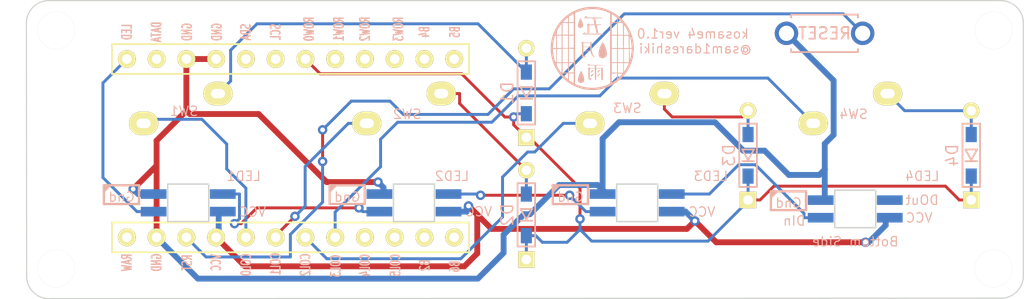
<source format=kicad_pcb>
(kicad_pcb (version 20221018) (generator pcbnew)
  (layers (0 "F.Cu" signal) (31 "B.Cu" signal) (34 "B.Paste" user) (35 "F.Paste" user) (36 "B.SilkS" user "B.Silkscreen") (37 "F.SilkS" user "F.Silkscreen") (38 "B.Mask" user) (39 "F.Mask" user) (44 "Edge.Cuts" user))
  (net 0 "")
  (net 1 "Net-(D1-A)")
  (net 2 "Row0")
  (net 3 "Net-(D2-A)")
  (net 4 "Net-(D3-A)")
  (net 5 "Net-(D4-A)")
  (net 6 "VCC")
  (net 7 "Net-(LED1-DOUT)")
  (net 8 "GND")
  (net 9 "LED")
  (net 10 "Net-(LED2-DOUT)")
  (net 11 "Net-(LED3-DOUT)")
  (net 13 "Col0")
  (net 14 "Col1")
  (net 15 "Col2")
  (net 16 "Col3")
  (net 17 "Reset")
  (footprint "kbd_Parts:LED_SK6812MINI-E_BL" (layer "F.Cu") (at 59.75 37.58)
    (fp_text reference "LED2" (at 3.242 -2.274) (layer "B.SilkS") (effects (font (size 0.8 0.8) (thickness 0.1)) (justify mirror)))
    (fp_text value "LED_SK6812MINI-E")
    (fp_text user "Gnd" (at -5.69 -0.496) (layer "B.SilkS") (effects (font (size 0.8 0.8) (thickness 0.1)) (justify mirror)))
    (fp_text user "VCC" (at 5.528 0.75) (layer "B.SilkS") (effects (font (size 0.8 0.8) (thickness 0.1)) (justify mirror)))
    (fp_line (start -1.75 -1.6) (end 1.75 -1.6) (stroke (width 0.12)) (layer "Edge.Cuts"))
    (fp_line (start -1.75 1.6) (end -1.75 -1.6) (stroke (width 0.12)) (layer "Edge.Cuts"))
    (fp_line (start 1.75 -1.6) (end 1.75 1.6) (stroke (width 0.12)) (layer "Edge.Cuts"))
    (fp_line (start 1.75 1.6) (end -1.75 1.6) (stroke (width 0.12)) (layer "Edge.Cuts"))
    (pad "1" smd rect (at 2.6 -0.75) (size 2.2 0.82) (drill (offset 0.35 0)) (layers "B.Cu" "B.Paste" "B.Mask") (net 10 "Net-(LED2-DOUT)"))
    (pad "2" smd rect (at -2.6 -0.75) (size 2.2 0.82) (drill (offset -0.35 0)) (layers "B.Cu" "B.Paste" "B.Mask") (net 8 "GND"))
    (pad "3" smd rect (at -2.6 0.75) (size 2.2 0.82) (drill (offset -0.35 0)) (layers "B.Cu" "B.Paste" "B.Mask") (net 7 "Net-(LED1-DOUT)"))
    (pad "4" smd rect (at 2.6 0.75) (size 2.2 0.82) (drill (offset 0.35 0)) (layers "B.Cu" "B.Paste" "B.Mask") (net 6 "VCC"))
  )
  (footprint "kbd:CherryMX_1u" (layer "F.Cu") (at 40.4813 33.3375)
    (fp_text reference "SW1" hide)
    (fp_text value "SW_Push" hide)
    (pad "" np_thru_hole circle (at -5.08 0 90) (size 1.9 1.9) (drill 1.9) (layers "*.Cu" "*.Mask"))
    (pad "" np_thru_hole circle (at 0 0 90) (size 4 4) (drill 4) (layers "*.Cu" "*.Mask"))
    (pad "" np_thru_hole circle (at 5.08 0 90) (size 1.9 1.9) (drill 1.9) (layers "*.Cu" "*.Mask"))
    (pad "1" thru_hole oval (at -3.81 -2.54) (size 2.5 2) (drill oval 1.2 0.8) (layers "*.Cu" "F.SilkS" "B.Mask") (net 13 "Col0"))
    (pad "2" thru_hole oval (at 2.54 -5.08) (size 2.5 2) (drill oval 1.2 0.8) (layers "*.Cu" "F.SilkS" "B.Mask") (net 1 "Net-(D1-A)"))
  )
  (footprint "kbd_Parts:Diode_TH_SMD" (layer "F.Cu") (at 69.342 28.197 90)
    (fp_text reference "D1" (at 0 -1.63 90) (layer "B.SilkS") (effects (font (thickness 0.125)) (justify mirror)))
    (fp_text value "D" hide)
    (pad "1" thru_hole rect (at -3.81 0 90) (size 1.397 1.397) (drill 0.8128) (layers "*.Cu" "*.Mask" "F.SilkS") (net 2 "Row0"))
    (pad "1" smd rect (at -1.775 0 90) (size 1.3 0.95) (layers "B.Cu" "B.Paste" "B.Mask") (net 2 "Row0"))
    (pad "2" smd rect (at 1.775 0 90) (size 1.3 0.95) (layers "B.Cu" "B.Paste" "B.Mask") (net 1 "Net-(D1-A)"))
    (pad "2" thru_hole circle (at 3.81 0 90) (size 1.397 1.397) (drill 0.8128) (layers "*.Cu" "*.Mask" "F.SilkS") (net 1 "Net-(D1-A)"))
  )
  (footprint "kbd:ProMicro_v2_1side" (layer "F.Cu") (at 49.7205 32.9636 90)
    (fp_text reference "U1" hide)
    (fp_text value "ProMicro" hide)
    (fp_text user "ROW2" (at 10.2164 5.85 90) (layer "B.SilkS") (effects (font (size 0.8 0.5) (thickness 0.125)) (justify mirror)))
    (fp_text user "LED" (at 9.96485 -14.478 90) (layer "B.SilkS") (effects (font (size 0.8 0.5) (thickness 0.125)) (justify mirror)))
    (fp_text user "B6" (at -10.05 13.5 90) (layer "B.SilkS") (effects (font (size 0.8 0.5) (thickness 0.125)) (justify mirror)))
    (fp_text user "GND" (at 9.96485 -6.7945 90) (layer "B.SilkS") (effects (font (size 0.8 0.5) (thickness 0.125)) (justify mirror)))
    (fp_text user "ROW0" (at 10.2164 1.0795 90) (layer "B.SilkS") (effects (font (size 0.8 0.5) (thickness 0.125)) (justify mirror)))
    (fp_text user "DATA" (at 9.96485 -11.95 90) (layer "B.SilkS") (effects (font (size 0.8 0.5) (thickness 0.125)) (justify mirror)))
    (fp_text user "GND" (at 9.96485 -9.3345 90) (layer "B.SilkS") (effects (font (size 0.8 0.5) (thickness 0.125)) (justify mirror)))
    (fp_text user "COL1" (at -9.85 -1.778 90) (layer "B.SilkS") (effects (font (size 0.8 0.5) (thickness 0.125)) (justify mirror)))
    (fp_text user "SCL" (at 9.96485 -1.778 90) (layer "B.SilkS") (effects (font (size 0.8 0.5) (thickness 0.125)) (justify mirror)))
    (fp_text user "COL5" (at -9.95 8.4455 90) (layer "B.SilkS") (effects (font (size 0.8 0.5) (thickness 0.125)) (justify mirror)))
    (fp_text user "B5" (at 9.96485 13.5255 90) (layer "B.SilkS") (effects (font (size 0.8 0.5) (thickness 0.125)) (justify mirror)))
    (fp_text user "ROW1" (at 10.2164 3.6195 90) (layer "B.SilkS") (effects (font (size 0.8 0.5) (thickness 0.125)) (justify mirror)))
    (fp_text user "SDA" (at 9.96485 -4.318 90) (layer "B.SilkS") (effects (font (size 0.8 0.5) (thickness 0.125)) (justify mirror)))
    (fp_text user "ROW3" (at 10.2164 8.6995 90) (layer "B.SilkS") (effects (font (size 0.8 0.5) (thickness 0.125)) (justify mirror)))
    (fp_text user "COL3" (at -10 3.35 90) (layer "B.SilkS") (effects (font (size 0.8 0.5) (thickness 0.125)) (justify mirror)))
    (fp_text user "COL0" (at -9.9 -4.3 90) (layer "B.SilkS") (effects (font (size 0.8 0.5) (thickness 0.125)) (justify mirror)))
    (fp_text user "COL2" (at -9.9 0.762 90) (layer "B.SilkS") (effects (font (size 0.8 0.5) (thickness 0.125)) (justify mirror)))
    (fp_text user "GND" (at -9.7155 -11.938 90) (layer "B.SilkS") (effects (font (size 0.8 0.5) (thickness 0.125)) (justify mirror)))
    (fp_text user "COL4" (at -9.95 5.85 90) (layer "B.SilkS") (effects (font (size 0.8 0.5) (thickness 0.125)) (justify mirror)))
    (fp_text user "B4" (at 9.96485 10.922 90) (layer "B.SilkS") (effects (font (size 0.8 0.5) (thickness 0.125)) (justify mirror)))
    (fp_text user "RST" (at -9.7155 -9.3345 90) (layer "B.SilkS") (effects (font (size 0.8 0.5) (thickness 0.125)) (justify mirror)))
    (fp_text user "" (at -1.2065 -16.256 90) (layer "B.SilkS") (effects (justify mirror)))
    (fp_text user "B2" (at -9.95 10.95 90) (layer "B.SilkS") (effects (font (size 0.8 0.5) (thickness 0.125)) (justify mirror)))
    (fp_text user "RAW" (at -9.7155 -14.478 90) (layer "B.SilkS") (effects (font (size 0.8 0.5) (thickness 0.125)) (justify mirror)))
    (fp_text user "VCC" (at -9.7155 -6.858 90) (layer "B.SilkS") (effects (font (size 0.8 0.5) (thickness 0.125)) (justify mirror)))
    (fp_text user "" (at -0.5 -17.25 90) (layer "F.SilkS"))
    (pad "1" thru_hole circle (at 7.6564 -14.478 90) (size 1.524 1.524) (drill 0.8128) (layers "*.Cu" "F.SilkS" "B.Mask") (net 9 "LED"))
    (pad "2" thru_hole circle (at 7.6564 -11.938 90) (size 1.524 1.524) (drill 0.8128) (layers "*.Cu" "F.SilkS" "B.Mask"))
    (pad "3" thru_hole circle (at 7.6564 -9.398 90) (size 1.524 1.524) (drill 0.8128) (layers "*.Cu" "F.SilkS" "B.Mask") (net 8 "GND"))
    (pad "4" thru_hole circle (at 7.6564 -6.858 90) (size 1.524 1.524) (drill 0.8128) (layers "*.Cu" "F.SilkS" "B.Mask") (net 8 "GND"))
    (pad "5" thru_hole circle (at 7.6564 -4.318 90) (size 1.524 1.524) (drill 0.8128) (layers "*.Cu" "F.SilkS" "B.Mask"))
    (pad "6" thru_hole circle (at 7.6564 -1.778 90) (size 1.524 1.524) (drill 0.8128) (layers "*.Cu" "F.SilkS" "B.Mask"))
    (pad "7" thru_hole circle (at 7.6564 0.762 90) (size 1.524 1.524) (drill 0.8128) (layers "*.Cu" "F.SilkS" "B.Mask") (net 2 "Row0"))
    (pad "8" thru_hole circle (at 7.6564 3.302 90) (size 1.524 1.524) (drill 0.8128) (layers "*.Cu" "F.SilkS" "B.Mask"))
    (pad "9" thru_hole circle (at 7.6564 5.842 90) (size 1.524 1.524) (drill 0.8128) (layers "*.Cu" "F.SilkS" "B.Mask"))
    (pad "10" thru_hole circle (at 7.6564 8.382 90) (size 1.524 1.524) (drill 0.8128) (layers "*.Cu" "F.SilkS" "B.Mask"))
    (pad "11" thru_hole circle (at 7.6564 10.922 90) (size 1.524 1.524) (drill 0.8128) (layers "*.Cu" "F.SilkS" "B.Mask"))
    (pad "12" thru_hole circle (at 7.6564 13.462 90) (size 1.524 1.524) (drill 0.8128) (layers "*.Cu" "F.SilkS" "B.Mask"))
    (pad "13" thru_hole circle (at -7.5636 13.462 90) (size 1.524 1.524) (drill 0.8128) (layers "*.Cu" "F.SilkS" "B.Mask"))
    (pad "14" thru_hole circle (at -7.5636 10.922 90) (size 1.524 1.524) (drill 0.8128) (layers "*.Cu" "F.SilkS" "B.Mask"))
    (pad "15" thru_hole circle (at -7.5636 8.382 90) (size 1.524 1.524) (drill 0.8128) (layers "*.Cu" "F.SilkS" "B.Mask"))
    (pad "16" thru_hole circle (at -7.5636 5.842 90) (size 1.524 1.524) (drill 0.8128) (layers "*.Cu" "F.SilkS" "B.Mask"))
    (pad "17" thru_hole circle (at -7.5636 3.302 90) (size 1.524 1.524) (drill 0.8128) (layers "*.Cu" "F.SilkS" "B.Mask") (net 16 "Col3"))
    (pad "18" thru_hole circle (at -7.5636 0.762 90) (size 1.524 1.524) (drill 0.8128) (layers "*.Cu" "F.SilkS" "B.Mask") (net 15 "Col2"))
    (pad "19" thru_hole circle (at -7.5636 -1.778 90) (size 1.524 1.524) (drill 0.8128) (layers "*.Cu" "F.SilkS" "B.Mask") (net 14 "Col1"))
    (pad "20" thru_hole circle (at -7.5636 -4.318 90) (size 1.524 1.524) (drill 0.8128) (layers "*.Cu" "F.SilkS" "B.Mask") (net 13 "Col0"))
    (pad "21" thru_hole circle (at -7.5636 -6.858 90) (size 1.524 1.524) (drill 0.8128) (layers "*.Cu" "F.SilkS" "B.Mask") (net 6 "VCC"))
    (pad "22" thru_hole circle (at -7.5636 -9.398 90) (size 1.524 1.524) (drill 0.8128) (layers "*.Cu" "F.SilkS" "B.Mask") (net 17 "Reset"))
    (pad "23" thru_hole circle (at -7.5636 -11.938 90) (size 1.524 1.524) (drill 0.8128) (layers "*.Cu" "F.SilkS" "B.Mask") (net 8 "GND"))
    (pad "24" thru_hole circle (at -7.5636 -14.478 90) (size 1.524 1.524) (drill 0.8128) (layers "*.Cu" "F.SilkS" "B.Mask"))
  )
  (footprint "kbd_Parts:LED_SK6812MINI-E_BL" (layer "F.Cu") (at 97.4125 38.1)
    (fp_text reference "LED4" (at 5.7115 -2.794) (layer "B.SilkS") (effects (font (size 0.8 0.8) (thickness 0.1)) (justify mirror)))
    (fp_text value "LED_SK6812MINI-E")
    (fp_text user "DIn" (at -5.2105 1.016) (layer "B.SilkS") (effects (font (size 0.8 0.8) (thickness 0.1)) (justify mirror)))
    (fp_text user "VCC" (at 5.4575 0.762) (layer "B.SilkS") (effects (font (size 0.8 0.8) (thickness 0.1)) (justify mirror)))
    (fp_text user "Gnd" (at -5.69 -0.508) (layer "B.SilkS") (effects (font (size 0.8 0.8) (thickness 0.1)) (justify mirror)))
    (fp_text user "Bottom Side" (at 0 2.794) (layer "B.SilkS") (effects (font (size 0.8 0.8) (thickness 0.1)) (justify mirror)))
    (fp_text user "DOut" (at 5.7115 -0.75) (layer "B.SilkS") (effects (font (size 0.8 0.8) (thickness 0.1)) (justify mirror)))
    (fp_line (start -1.75 -1.6) (end 1.75 -1.6) (stroke (width 0.12)) (layer "Edge.Cuts"))
    (fp_line (start -1.75 1.6) (end -1.75 -1.6) (stroke (width 0.12)) (layer "Edge.Cuts"))
    (fp_line (start 1.75 -1.6) (end 1.75 1.6) (stroke (width 0.12)) (layer "Edge.Cuts"))
    (fp_line (start 1.75 1.6) (end -1.75 1.6) (stroke (width 0.12)) (layer "Edge.Cuts"))
    (pad "1" smd rect (at 2.6 -0.75) (size 2.2 0.82) (drill (offset 0.35 0)) (layers "B.Cu" "B.Paste" "B.Mask"))
    (pad "2" smd rect (at -2.6 -0.75) (size 2.2 0.82) (drill (offset -0.35 0)) (layers "B.Cu" "B.Paste" "B.Mask") (net 8 "GND"))
    (pad "3" smd rect (at -2.6 0.75) (size 2.2 0.82) (drill (offset -0.35 0)) (layers "B.Cu" "B.Paste" "B.Mask") (net 11 "Net-(LED3-DOUT)"))
    (pad "4" smd rect (at 2.6 0.75) (size 2.2 0.82) (drill (offset 0.35 0)) (layers "B.Cu" "B.Paste" "B.Mask") (net 6 "VCC"))
  )
  (footprint "kbd_Parts:LED_SK6812MINI-E_BL" (layer "F.Cu") (at 40.4813 37.58)
    (fp_text reference "LED1" (at 4.7307 -2.274) (layer "B.SilkS") (effects (font (size 0.8 0.8) (thickness 0.1)) (justify mirror)))
    (fp_text value "LED_SK6812MINI-E")
    (fp_text user "Gnd" (at -5.6833 -0.496) (layer "B.SilkS") (effects (font (size 0.8 0.8) (thickness 0.1)) (justify mirror)))
    (fp_text user "VCC" (at 5.4927 0.774) (layer "B.SilkS") (effects (font (size 0.8 0.8) (thickness 0.1)) (justify mirror)))
    (fp_line (start -1.75 -1.6) (end 1.75 -1.6) (stroke (width 0.12)) (layer "Edge.Cuts"))
    (fp_line (start -1.75 1.6) (end -1.75 -1.6) (stroke (width 0.12)) (layer "Edge.Cuts"))
    (fp_line (start 1.75 -1.6) (end 1.75 1.6) (stroke (width 0.12)) (layer "Edge.Cuts"))
    (fp_line (start 1.75 1.6) (end -1.75 1.6) (stroke (width 0.12)) (layer "Edge.Cuts"))
    (pad "1" smd rect (at 2.6 -0.75) (size 2.2 0.82) (drill (offset 0.35 0)) (layers "B.Cu" "B.Paste" "B.Mask") (net 7 "Net-(LED1-DOUT)"))
    (pad "2" smd rect (at -2.6 -0.75) (size 2.2 0.82) (drill (offset -0.35 0)) (layers "B.Cu" "B.Paste" "B.Mask") (net 8 "GND"))
    (pad "3" smd rect (at -2.6 0.75) (size 2.2 0.82) (drill (offset -0.35 0)) (layers "B.Cu" "B.Paste" "B.Mask") (net 9 "LED"))
    (pad "4" smd rect (at 2.6 0.75) (size 2.2 0.82) (drill (offset 0.35 0)) (layers "B.Cu" "B.Paste" "B.Mask") (net 6 "VCC"))
  )
  (footprint "kbd_Hole:m3_Screw_Hole_EdgeCuts" (layer "F.Cu") (at 109.22 43.18)
    (fp_text reference "Ref03" hide)
    (fp_text value "Val**" hide)
    (fp_circle (center 0 0) (end 1.6 0) (stroke (width 0.01)) (fill none) (layer "Edge.Cuts"))
  )
  (footprint "kbd_Hole:m3_Screw_Hole_EdgeCuts" (layer "F.Cu") (at 29.21 43.18)
    (fp_text reference "Ref02" hide)
    (fp_text value "Val**" hide)
    (fp_circle (center 0 0) (end 1.6 0) (stroke (width 0.01)) (fill none) (layer "Edge.Cuts"))
  )
  (footprint "kbd_Parts:LED_SK6812MINI-E_BL" (layer "F.Cu") (at 78.8 37.58)
    (fp_text reference "LED3" (at 6.29 -2.274) (layer "B.SilkS") (effects (font (size 0.8 0.8) (thickness 0.1)) (justify mirror)))
    (fp_text value "LED_SK6812MINI-E")
    (fp_text user "VCC" (at 5.528 0.774) (layer "B.SilkS") (effects (font (size 0.8 0.8) (thickness 0.1)) (justify mirror)))
    (fp_text user "Gnd" (at -5.69 -0.496) (layer "B.SilkS") (effects (font (size 0.8 0.8) (thickness 0.1)) (justify mirror)))
    (fp_line (start -1.75 -1.6) (end 1.75 -1.6) (stroke (width 0.12)) (layer "Edge.Cuts"))
    (fp_line (start -1.75 1.6) (end -1.75 -1.6) (stroke (width 0.12)) (layer "Edge.Cuts"))
    (fp_line (start 1.75 -1.6) (end 1.75 1.6) (stroke (width 0.12)) (layer "Edge.Cuts"))
    (fp_line (start 1.75 1.6) (end -1.75 1.6) (stroke (width 0.12)) (layer "Edge.Cuts"))
    (pad "1" smd rect (at 2.6 -0.75) (size 2.2 0.82) (drill (offset 0.35 0)) (layers "B.Cu" "B.Paste" "B.Mask") (net 11 "Net-(LED3-DOUT)"))
    (pad "2" smd rect (at -2.6 -0.75) (size 2.2 0.82) (drill (offset -0.35 0)) (layers "B.Cu" "B.Paste" "B.Mask") (net 8 "GND"))
    (pad "3" smd rect (at -2.6 0.75) (size 2.2 0.82) (drill (offset -0.35 0)) (layers "B.Cu" "B.Paste" "B.Mask") (net 10 "Net-(LED2-DOUT)"))
    (pad "4" smd rect (at 2.6 0.75) (size 2.2 0.82) (drill (offset 0.35 0)) (layers "B.Cu" "B.Paste" "B.Mask") (net 6 "VCC"))
  )
  (footprint "kbd:CherryMX_1u" (layer "F.Cu") (at 59.5313 33.3375)
    (fp_text reference "SW2" hide)
    (fp_text value "SW_Push" hide)
    (pad "" np_thru_hole circle (at -5.08 0 90) (size 1.9 1.9) (drill 1.9) (layers "*.Cu" "*.Mask"))
    (pad "" np_thru_hole circle (at 0 0 90) (size 4 4) (drill 4) (layers "*.Cu" "*.Mask"))
    (pad "" np_thru_hole circle (at 5.08 0 90) (size 1.9 1.9) (drill 1.9) (layers "*.Cu" "*.Mask"))
    (pad "1" thru_hole oval (at -3.81 -2.54) (size 2.5 2) (drill oval 1.2 0.8) (layers "*.Cu" "F.SilkS" "B.Mask") (net 14 "Col1"))
    (pad "2" thru_hole oval (at 2.54 -5.08) (size 2.5 2) (drill oval 1.2 0.8) (layers "*.Cu" "F.SilkS" "B.Mask") (net 3 "Net-(D2-A)"))
  )
  (footprint "kbd:CherryMX_1u" (layer "F.Cu") (at 78.5813 33.3375)
    (fp_text reference "SW3" hide)
    (fp_text value "SW_Push" hide)
    (pad "" np_thru_hole circle (at -5.08 0 90) (size 1.9 1.9) (drill 1.9) (layers "*.Cu" "*.Mask"))
    (pad "" np_thru_hole circle (at 0 0 90) (size 4 4) (drill 4) (layers "*.Cu" "*.Mask"))
    (pad "" np_thru_hole circle (at 5.08 0 90) (size 1.9 1.9) (drill 1.9) (layers "*.Cu" "*.Mask"))
    (pad "1" thru_hole oval (at -3.81 -2.54) (size 2.5 2) (drill oval 1.2 0.8) (layers "*.Cu" "F.SilkS" "B.Mask") (net 15 "Col2"))
    (pad "2" thru_hole oval (at 2.54 -5.08) (size 2.5 2) (drill oval 1.2 0.8) (layers "*.Cu" "F.SilkS" "B.Mask") (net 4 "Net-(D3-A)"))
  )
  (footprint "kbd_Parts:Diode_TH_SMD" (layer "F.Cu") (at 107.315 33.525 90)
    (fp_text reference "D4" (at 0 -1.63 90) (layer "B.SilkS") (effects (font (thickness 0.125)) (justify mirror)))
    (fp_text value "D" hide)
    (pad "1" thru_hole rect (at -3.81 0 90) (size 1.397 1.397) (drill 0.8128) (layers "*.Cu" "*.Mask" "F.SilkS") (net 2 "Row0"))
    (pad "1" smd rect (at -1.775 0 90) (size 1.3 0.95) (layers "B.Cu" "B.Paste" "B.Mask") (net 2 "Row0"))
    (pad "2" smd rect (at 1.775 0 90) (size 1.3 0.95) (layers "B.Cu" "B.Paste" "B.Mask") (net 5 "Net-(D4-A)"))
    (pad "2" thru_hole circle (at 3.81 0 90) (size 1.397 1.397) (drill 0.8128) (layers "*.Cu" "*.Mask" "F.SilkS") (net 5 "Net-(D4-A)"))
  )
  (footprint "kbd_Parts:Diode_TH_SMD" (layer "F.Cu") (at 69.342 38.608 90)
    (fp_text reference "D2" (at 0 -1.63 90) (layer "B.SilkS") (effects (font (thickness 0.125)) (justify mirror)))
    (fp_text value "D" hide)
    (pad "1" thru_hole rect (at -3.81 0 90) (size 1.397 1.397) (drill 0.8128) (layers "*.Cu" "*.Mask" "F.SilkS") (net 2 "Row0"))
    (pad "1" smd rect (at -1.775 0 90) (size 1.3 0.95) (layers "B.Cu" "B.Paste" "B.Mask") (net 2 "Row0"))
    (pad "2" smd rect (at 1.775 0 90) (size 1.3 0.95) (layers "B.Cu" "B.Paste" "B.Mask") (net 3 "Net-(D2-A)"))
    (pad "2" thru_hole circle (at 3.81 0 90) (size 1.397 1.397) (drill 0.8128) (layers "*.Cu" "*.Mask" "F.SilkS") (net 3 "Net-(D2-A)"))
  )
  (footprint "kbd_Hole:m3_Screw_Hole_EdgeCuts" (layer "F.Cu") (at 29.21 22.86)
    (fp_text reference "Ref00" hide)
    (fp_text value "Val**" hide)
    (fp_circle (center 0 0) (end 1.6 0) (stroke (width 0.01)) (fill none) (layer "Edge.Cuts"))
  )
  (footprint "kbd_Parts:Diode_TH_SMD" (layer "F.Cu") (at 88.265 33.525 90)
    (fp_text reference "D3" (at 0 -1.63 90) (layer "B.SilkS") (effects (font (thickness 0.125)) (justify mirror)))
    (fp_text value "D" hide)
    (pad "1" thru_hole rect (at -3.81 0 90) (size 1.397 1.397) (drill 0.8128) (layers "*.Cu" "*.Mask" "F.SilkS") (net 2 "Row0"))
    (pad "1" smd rect (at -1.775 0 90) (size 1.3 0.95) (layers "B.Cu" "B.Paste" "B.Mask") (net 2 "Row0"))
    (pad "2" smd rect (at 1.775 0 90) (size 1.3 0.95) (layers "B.Cu" "B.Paste" "B.Mask") (net 4 "Net-(D3-A)"))
    (pad "2" thru_hole circle (at 3.81 0 90) (size 1.397 1.397) (drill 0.8128) (layers "*.Cu" "*.Mask" "F.SilkS") (net 4 "Net-(D3-A)"))
  )
  (footprint "kbd_Hole:m3_Screw_Hole_EdgeCuts" (layer "F.Cu") (at 109.22 22.86)
    (fp_text reference "Ref01" hide)
    (fp_text value "Val**" hide)
    (fp_circle (center 0 0) (end 1.6 0) (stroke (width 0.01)) (fill none) (layer "Edge.Cuts"))
  )
  (footprint "kbd:CherryMX_1u" (layer "F.Cu") (at 97.6313 33.3375)
    (fp_text reference "SW4" hide)
    (fp_text value "SW_Push" hide)
    (pad "" np_thru_hole circle (at -5.08 0 90) (size 1.9 1.9) (drill 1.9) (layers "*.Cu" "*.Mask"))
    (pad "" np_thru_hole circle (at 0 0 90) (size 4 4) (drill 4) (layers "*.Cu" "*.Mask"))
    (pad "" np_thru_hole circle (at 5.08 0 90) (size 1.9 1.9) (drill 1.9) (layers "*.Cu" "*.Mask"))
    (pad "1" thru_hole oval (at -3.81 -2.54) (size 2.5 2) (drill oval 1.2 0.8) (layers "*.Cu" "F.SilkS" "B.Mask") (net 16 "Col3"))
    (pad "2" thru_hole oval (at 2.54 -5.08) (size 2.5 2) (drill oval 1.2 0.8) (layers "*.Cu" "F.SilkS" "B.Mask") (net 5 "Net-(D4-A)"))
  )
  (footprint "kbd:ResetSW_1side" (layer "B.Cu") (at 94.794 23.114)
    (fp_text reference "SW5" hide)
    (fp_text value "SW_Push")
    (fp_text user "RESET" (at 0 0) (layer "B.SilkS") (effects (justify mirror)))
    (pad "1" thru_hole circle (at 3.25 0) (size 2 2) (drill 1.3) (layers "*.Cu" "F.Mask") (net 17 "Reset"))
    (pad "2" thru_hole circle (at -3.25 0) (size 2 2) (drill 1.3) (layers "*.Cu" "F.Mask") (net 8 "GND"))
  )
  (footprint "SamacSys_Parts:sam1dare_logo" (layer "B.Cu") (at 74.93 24.384 180)
    (fp_text reference "G***" hide)
    (fp_text value "LOGO" hide)
  )
  (gr_line (start 109.75034 20.31965) (end 28.66034 20.31965) (stroke (width 0.1)) (layer "Edge.Cuts"))
  (gr_line (start 26.670495 22.330484) (end 26.688389 43.764878) (stroke (width 0.1)) (layer "Edge.Cuts"))
  (gr_arc (start 28.6879 45.754458) (mid 27.25 45.2) (end 26.688389 43.764878) (stroke (width 0.1)) (layer "Edge.Cuts"))
  (gr_arc (start 26.670495 22.330484) (mid 27.224246 20.8885) (end 28.66034 20.31965) (stroke (width 0.1)) (layer "Edge.Cuts"))
  (gr_line (start 111.76 43.72) (end 111.76 22.32) (stroke (width 0.1)) (layer "Edge.Cuts"))
  (gr_arc (start 111.76 43.72) (mid 111.205542 45.1579) (end 109.77042 45.719511) (stroke (width 0.1)) (layer "Edge.Cuts"))
  (gr_arc (start 109.75034 20.31965) (mid 111.192298 20.880663) (end 111.76 22.32) (stroke (width 0.1)) (layer "Edge.Cuts"))
  (gr_line (start 28.6879 45.754458) (end 109.77042 45.719511) (stroke (width 0.1)) (layer "Edge.Cuts"))
  (gr_text "SW3" (at 79.248 29.972) (layer "B.SilkS") (effects (font (size 0.8 0.8) (thickness 0.1)) (justify left bottom mirror)))
  (gr_text "SW1" (at 41.402 30.226) (layer "B.SilkS") (effects (font (size 0.8 0.8) (thickness 0.1)) (justify left bottom mirror)))
  (gr_text "SW4" (at 98.552 30.48) (layer "B.SilkS") (effects (font (size 0.8 0.8) (thickness 0.1)) (justify left bottom mirror)))
  (gr_text "@sam1dareshiki" (at 88.646 24.892) (layer "B.SilkS") (effects (font (size 0.8 0.8) (thickness 0.1)) (justify left bottom mirror)))
  (gr_text "kosame4 ver1.0" (at 88.392 23.622) (layer "B.SilkS") (effects (font (size 0.8 0.8) (thickness 0.1)) (justify left bottom mirror)))
  (gr_text "SW2" (at 60.452 30.48) (layer "B.SilkS") (effects (font (size 0.8 0.8) (thickness 0.1)) (justify left bottom mirror)))
  (segment (start 69.342 24.387) (end 69.342 26.422) (width 0.25) (layer "B.Cu") (net 1))
  (segment (start 44.1 24.55) (end 44.1 27.1788) (width 0.25) (layer "B.Cu") (net 1))
  (segment (start 65.22 22.3) (end 46.35 22.3) (width 0.25) (layer "B.Cu") (net 1))
  (segment (start 69.342 26.422) (end 65.22 22.3) (width 0.25) (layer "B.Cu") (net 1))
  (segment (start 46.35 22.3) (end 44.1 24.55) (width 0.25) (layer "B.Cu") (net 1))
  (segment (start 44.1 27.1788) (end 43.0213 28.2575) (width 0.25) (layer "B.Cu") (net 1))
  (segment (start 69.342 32.007) (end 69.342 31.7511) (width 0.25) (layer "F.Cu") (net 2))
  (segment (start 50.4825 25.3072) (end 51.7385 26.5632) (width 0.25) (layer "F.Cu") (net 2))
  (segment (start 73.9211 36.3302) (end 73.9211 38.9551) (width 0.25) (layer "F.Cu") (net 2))
  (segment (start 69.342 31.7511) (end 73.9211 36.3302) (width 0.25) (layer "F.Cu") (net 2))
  (segment (start 90.4668 36.1568) (end 105.1132 36.1568) (width 0.25) (layer "F.Cu") (net 2))
  (segment (start 68.259 30.2549) (end 68.259 30.924) (width 0.25) (layer "F.Cu") (net 2))
  (segment (start 63.8132 26.5632) (end 67.5049 30.2549) (width 0.25) (layer "F.Cu") (net 2))
  (segment (start 88.265 37.335) (end 89.2886 37.335) (width 0.25) (layer "F.Cu") (net 2))
  (segment (start 105.1132 36.1568) (end 106.2914 37.335) (width 0.25) (layer "F.Cu") (net 2))
  (segment (start 68.259 30.924) (end 69.342 32.007) (width 0.25) (layer "F.Cu") (net 2))
  (segment (start 107.315 37.335) (end 106.2914 37.335) (width 0.25) (layer "F.Cu") (net 2))
  (segment (start 89.2886 37.335) (end 90.4668 36.1568) (width 0.25) (layer "F.Cu") (net 2))
  (segment (start 67.5049 30.2549) (end 68.259 30.2549) (width 0.25) (layer "F.Cu") (net 2))
  (segment (start 51.7385 26.5632) (end 63.8132 26.5632) (width 0.25) (layer "F.Cu") (net 2))
  (via (at 68.259 30.2549) (size 0.8) (drill 0.4) (layers "F.Cu" "B.Cu") (net 2))
  (via (at 73.9211 38.9551) (size 0.8) (drill 0.4) (layers "F.Cu" "B.Cu") (net 2))
  (segment (start 70.1421 40.383) (end 70.7091 40.95) (width 0.25) (layer "B.Cu") (net 2))
  (segment (start 74.9189 40.85) (end 84.85 40.85) (width 0.25) (layer "B.Cu") (net 2))
  (segment (start 69.342 40.383) (end 69.342 42.418) (width 0.25) (layer "B.Cu") (net 2))
  (segment (start 88.265 37.435) (end 88.265 37.335) (width 0.25) (layer "B.Cu") (net 2))
  (segment (start 69.342 29.972) (end 68.5419 29.972) (width 0.25) (layer "B.Cu") (net 2))
  (segment (start 68.259 30.2549) (end 68.5419 29.972) (width 0.25) (layer "B.Cu") (net 2))
  (segment (start 88.265 35.3) (end 88.265 37.335) (width 0.25) (layer "B.Cu") (net 2))
  (segment (start 73.9211 38.9551) (end 73.9211 39.8522) (width 0.25) (layer "B.Cu") (net 2))
  (segment (start 69.342 40.383) (end 70.1421 40.383) (width 0.25) (layer "B.Cu") (net 2))
  (segment (start 73.9211 39.8522) (end 74.9189 40.85) (width 0.25) (layer "B.Cu") (net 2))
  (segment (start 84.85 40.85) (end 88.265 37.435) (width 0.25) (layer "B.Cu") (net 2))
  (segment (start 72.8233 40.95) (end 73.9211 39.8522) (width 0.25) (layer "B.Cu") (net 2))
  (segment (start 107.315 35.3) (end 107.315 37.335) (width 0.25) (layer "B.Cu") (net 2))
  (segment (start 70.7091 40.95) (end 72.8233 40.95) (width 0.25) (layer "B.Cu") (net 2))
  (segment (start 63.6464 29.1024) (end 63.6464 28.2575) (width 0.25) (layer "F.Cu") (net 3))
  (segment (start 62.0713 28.2575) (end 63.6464 28.2575) (width 0.25) (layer "F.Cu") (net 3))
  (segment (start 69.342 34.798) (end 63.6464 29.1024) (width 0.25) (layer "F.Cu") (net 3))
  (segment (start 69.342 34.798) (end 69.342 36.833) (width 0.25) (layer "B.Cu") (net 3))
  (segment (start 87.73 30.25) (end 81.7887 30.25) (width 0.25) (layer "F.Cu") (net 4))
  (segment (start 81.1213 29.5826) (end 81.1213 28.2575) (width 0.25) (layer "F.Cu") (net 4))
  (segment (start 81.7887 30.25) (end 81.1213 29.5826) (width 0.25) (layer "F.Cu") (net 4))
  (segment (start 88.265 29.715) (end 87.73 30.25) (width 0.25) (layer "F.Cu") (net 4))
  (segment (start 88.265 31.75) (end 88.265 29.715) (width 0.25) (layer "B.Cu") (net 4))
  (segment (start 107.315 29.715) (end 107.315 31.75) (width 0.25) (layer "B.Cu") (net 5))
  (segment (start 100.1713 28.2575) (end 101.6288 29.715) (width 0.25) (layer "B.Cu") (net 5))
  (segment (start 101.6288 29.715) (end 107.315 29.715) (width 0.25) (layer "B.Cu") (net 5))
  (segment (start 65.15 41.9) (end 65.15 38.5889) (width 0.5) (layer "F.Cu") (net 6))
  (segment (start 42.8625 40.5272) (end 45.3353 43) (width 0.5) (layer "F.Cu") (net 6))
  (segment (start 64.05 43) (end 65.15 41.9) (width 0.5) (layer "F.Cu") (net 6))
  (segment (start 45.3353 43) (end 64.05 43) (width 0.5) (layer "F.Cu") (net 6))
  (segment (start 85.5451 40.9461) (end 98.2913 40.9461) (width 0.5) (layer "F.Cu") (net 6))
  (segment (start 66.3663 39.8052) (end 83.048 39.8052) (width 0.5) (layer "F.Cu") (net 6))
  (segment (start 64.4056 37.8445) (end 66.3663 39.8052) (width 0.5) (layer "F.Cu") (net 6))
  (segment (start 83.7261 39.1271) (end 85.5451 40.9461) (width 0.5) (layer "F.Cu") (net 6))
  (segment (start 83.048 39.8052) (end 83.7261 39.1271) (width 0.5) (layer "F.Cu") (net 6))
  (segment (start 65.15 38.5889) (end 64.4056 37.8445) (width 0.5) (layer "F.Cu") (net 6))
  (via (at 83.7261 39.1271) (size 0.8) (drill 0.4) (layers "F.Cu" "B.Cu") (net 6))
  (via (at 98.2913 40.9461) (size 0.8) (drill 0.4) (layers "F.Cu" "B.Cu") (net 6))
  (via (at 64.4056 37.8445) (size 0.8) (drill 0.4) (layers "F.Cu" "B.Cu") (net 6))
  (segment (start 98.5636 40.9461) (end 100.0125 39.4972) (width 0.5) (layer "B.Cu") (net 6))
  (segment (start 64.4056 37.8445) (end 64.2501 38) (width 0.5) (layer "B.Cu") (net 6))
  (segment (start 83.7261 39.1261) (end 82.93 38.33) (width 0.5) (layer "B.Cu") (net 6))
  (segment (start 98.2913 40.9461) (end 98.5636 40.9461) (width 0.5) (layer "B.Cu") (net 6))
  (segment (start 62.35 38.33) (end 64.2501 38.33) (width 0.5) (layer "B.Cu") (net 6))
  (segment (start 83.7261 39.1271) (end 83.7261 39.1261) (width 0.5) (layer "B.Cu") (net 6))
  (segment (start 42.8625 40.5272) (end 43.0813 40.3084) (width 0.5) (layer "B.Cu") (net 6))
  (segment (start 64.2501 38) (end 64.2501 38.33) (width 0.5) (layer "B.Cu") (net 6))
  (segment (start 43.0813 40.3084) (end 43.0813 38.33) (width 0.5) (layer "B.Cu") (net 6))
  (segment (start 100.0125 39.4972) (end 100.0125 38.85) (width 0.5) (layer "B.Cu") (net 6))
  (segment (start 82.93 38.33) (end 81.4 38.33) (width 0.5) (layer "B.Cu") (net 6))
  (segment (start 55.0548 38.0099) (end 46.3401 38.0099) (width 0.25) (layer "F.Cu") (net 7))
  (segment (start 46.3401 38.0099) (end 44.9946 39.3554) (width 0.25) (layer "F.Cu") (net 7))
  (segment (start 44.9946 39.3554) (end 44.4377 39.3554) (width 0.25) (layer "F.Cu") (net 7))
  (via (at 44.4377 39.3554) (size 0.8) (drill 0.4) (layers "F.Cu" "B.Cu") (net 7))
  (via (at 55.0548 38.0099) (size 0.8) (drill 0.4) (layers "F.Cu" "B.Cu") (net 7))
  (segment (start 43.0813 36.83) (end 44.8564 36.83) (width 0.25) (layer "B.Cu") (net 7))
  (segment (start 44.8564 38.9367) (end 44.4377 39.3554) (width 0.25) (layer "B.Cu") (net 7))
  (segment (start 55.3749 38.33) (end 55.0548 38.0099) (width 0.25) (layer "B.Cu") (net 7))
  (segment (start 57.15 38.33) (end 55.3749 38.33) (width 0.25) (layer "B.Cu") (net 7))
  (segment (start 44.8564 36.83) (end 44.8564 38.9367) (width 0.25) (layer "B.Cu") (net 7))
  (segment (start 40.615 30) (end 46.4886 30) (width 0.5) (layer "F.Cu") (net 8))
  (segment (start 46.4886 30) (end 52.2956 35.807) (width 0.5) (layer "F.Cu") (net 8))
  (segment (start 42.8625 25.3072) (end 40.3225 25.3072) (width 0.5) (layer "F.Cu") (net 8))
  (segment (start 40.4525 29.8375) (end 40.615 30) (width 0.5) (layer "F.Cu") (net 8))
  (segment (start 37.7346 34.45) (end 35.7778 36.4068) (width 0.5) (layer "F.Cu") (net 8))
  (segment (start 52.2956 35.807) (end 56.6829 35.807) (width 0.5) (layer "F.Cu") (net 8))
  (segment (start 37.7825 32.2675) (end 37.7825 40.5272) (width 0.5) (layer "F.Cu") (net 8))
  (segment (start 40.3225 29.7075) (end 40.4525 29.8375) (width 0.5) (layer "F.Cu") (net 8))
  (segment (start 40.4525 29.8375) (end 40.2125 29.8375) (width 0.5) (layer "F.Cu") (net 8))
  (segment (start 40.3225 25.3072) (end 40.3225 29.7075) (width 0.5) (layer "F.Cu") (net 8))
  (segment (start 37.7825 34.45) (end 37.7346 34.45) (width 0.5) (layer "F.Cu") (net 8))
  (segment (start 40.2125 29.8375) (end 37.7825 32.2675) (width 0.5) (layer "F.Cu") (net 8))
  (via (at 56.6829 35.807) (size 0.8) (drill 0.4) (layers "F.Cu" "B.Cu") (net 8))
  (via (at 35.7778 36.4068) (size 0.8) (drill 0.4) (layers "F.Cu" "B.Cu") (net 8))
  (segment (start 91.7461 35.2) (end 94.3512 35.2) (width 0.5) (layer "B.Cu") (net 8))
  (segment (start 57.15 36.2741) (end 57.15 36.83) (width 0.5) (layer "B.Cu") (net 8))
  (segment (start 91.544 23.114) (end 95.5694 27.1394) (width 0.5) (layer "B.Cu") (net 8))
  (segment (start 76.2 36.83) (end 75.85 36.48) (width 0.5) (layer "B.Cu") (net 8))
  (segment (start 94.8125 32.5356) (end 94.8125 34.7387) (width 0.5) (layer "B.Cu") (net 8))
  (segment (start 69.15 38.55) (end 67.4 40.3) (width 0.5) (layer "B.Cu") (net 8))
  (segment (start 67.4 40.3) (end 67.4 41.85) (width 0.5) (layer "B.Cu") (net 8))
  (segment (start 65.2 44.05) (end 41.3053 44.05) (width 0.5) (layer "B.Cu") (net 8))
  (segment (start 69.65 38.55) (end 69.15 38.55) (width 0.5) (layer "B.Cu") (net 8))
  (segment (start 72.1415 36.0585) (end 69.65 38.55) (width 0.5) (layer "B.Cu") (net 8))
  (segment (start 36.201 36.83) (end 35.7778 36.4068) (width 0.5) (layer "B.Cu") (net 8))
  (segment (start 67.4 41.85) (end 65.2 44.05) (width 0.5) (layer "B.Cu") (net 8))
  (segment (start 87.8651 33.1305) (end 89.6766 33.1305) (width 0.5) (layer "B.Cu") (net 8))
  (segment (start 41.3053 44.05) (end 37.7825 40.5272) (width 0.5) (layer "B.Cu") (net 8))
  (segment (start 85.4346 30.7) (end 87.8651 33.1305) (width 0.5) (layer "B.Cu") (net 8))
  (segment (start 75.85 32.1) (end 77.25 30.7) (width 0.5) (layer "B.Cu") (net 8))
  (segment (start 56.6829 35.807) (end 57.15 36.2741) (width 0.5) (layer "B.Cu") (net 8))
  (segment (start 75.85 36.48) (end 75.85 32.1) (width 0.5) (layer "B.Cu") (net 8))
  (segment (start 95.5694 31.7787) (end 94.8125 32.5356) (width 0.5) (layer "B.Cu") (net 8))
  (segment (start 75.4285 36.0585) (end 72.1415 36.0585) (width 0.5) (layer "B.Cu") (net 8))
  (segment (start 94.8125 34.7387) (end 94.8125 37.35) (width 0.5) (layer "B.Cu") (net 8))
  (segment (start 37.8813 36.83) (end 36.201 36.83) (width 0.5) (layer "B.Cu") (net 8))
  (segment (start 76.2 36.83) (end 75.4285 36.0585) (width 0.5) (layer "B.Cu") (net 8))
  (segment (start 77.25 30.7) (end 85.4346 30.7) (width 0.5) (layer "B.Cu") (net 8))
  (segment (start 94.3512 35.2) (end 94.8125 34.7387) (width 0.5) (layer "B.Cu") (net 8))
  (segment (start 89.6766 33.1305) (end 91.7461 35.2) (width 0.5) (layer "B.Cu") (net 8))
  (segment (start 95.5694 27.1394) (end 95.5694 31.7787) (width 0.5) (layer "B.Cu") (net 8))
  (segment (start 33.2 27.3497) (end 33.2 35.4238) (width 0.25) (layer "B.Cu") (net 9))
  (segment (start 36.1062 38.33) (end 37.8813 38.33) (width 0.25) (layer "B.Cu") (net 9))
  (segment (start 33.2 35.4238) (end 36.1062 38.33) (width 0.25) (layer "B.Cu") (net 9))
  (segment (start 35.2425 25.3072) (end 33.2 27.3497) (width 0.25) (layer "B.Cu") (net 9))
  (segment (start 65.4311 36.9355) (end 73.0304 36.9355) (width 0.25) (layer "F.Cu") (net 10))
  (via (at 65.4311 36.9355) (size 0.8) (drill 0.4) (layers "F.Cu" "B.Cu") (net 10))
  (via (at 73.0304 36.9355) (size 0.8) (drill 0.4) (layers "F.Cu" "B.Cu") (net 10))
  (segment (start 76.2 38.33) (end 74.4249 38.33) (width 0.25) (layer "B.Cu") (net 10))
  (segment (start 62.35 36.83) (end 64.1251 36.83) (width 0.25) (layer "B.Cu") (net 10))
  (segment (start 64.1251 36.83) (end 65.3256 36.83) (width 0.25) (layer "B.Cu") (net 10))
  (segment (start 74.4249 38.33) (end 73.0304 36.9355) (width 0.25) (layer "B.Cu") (net 10))
  (segment (start 65.3256 36.83) (end 65.4311 36.9355) (width 0.25) (layer "B.Cu") (net 10))
  (segment (start 93.0374 38.4765) (end 93.0374 38.85) (width 0.25) (layer "B.Cu") (net 11))
  (segment (start 87.4665 34.3248) (end 88.8857 34.3248) (width 0.25) (layer "B.Cu") (net 11))
  (segment (start 94.8125 38.85) (end 93.0374 38.85) (width 0.25) (layer "B.Cu") (net 11))
  (segment (start 84.9613 36.83) (end 87.4665 34.3248) (width 0.25) (layer "B.Cu") (net 11))
  (segment (start 81.4 36.83) (end 84.9613 36.83) (width 0.25) (layer "B.Cu") (net 11))
  (segment (start 88.8857 34.3248) (end 93.0374 38.4765) (width 0.25) (layer "B.Cu") (net 11))
  (segment (start 45.4025 40.5272) (end 45.4025 36.3287) (width 0.25) (layer "B.Cu") (net 13))
  (segment (start 45.4025 36.3287) (end 43.7638 34.69) (width 0.25) (layer "B.Cu") (net 13))
  (segment (start 43.7638 32.5638) (end 41.65 30.45) (width 0.25) (layer "B.Cu") (net 13))
  (segment (start 41.65 30.45) (end 37.0188 30.45) (width 0.25) (layer "B.Cu") (net 13))
  (segment (start 37.0188 30.45) (end 36.6713 30.7975) (width 0.25) (layer "B.Cu") (net 13))
  (segment (start 43.7638 34.69) (end 43.7638 32.5638) (width 0.25) (layer "B.Cu") (net 13))
  (segment (start 47.9425 40.5272) (end 47.9425 40.3845) (width 0.25) (layer "F.Cu") (net 14))
  (segment (start 47.9425 40.3845) (end 49.5919 38.7351) (width 0.25) (layer "F.Cu") (net 14))
  (via (at 49.5919 38.7351) (size 0.8) (drill 0.4) (layers "F.Cu" "B.Cu") (net 14))
  (segment (start 50.4626 37.8644) (end 50.4626 34.4811) (width 0.25) (layer "B.Cu") (net 14))
  (segment (start 49.5919 38.7351) (end 50.4626 37.8644) (width 0.25) (layer "B.Cu") (net 14))
  (segment (start 50.4626 34.4811) (end 54.1462 30.7975) (width 0.25) (layer "B.Cu") (net 14))
  (segment (start 55.7213 30.7975) (end 54.1462 30.7975) (width 0.25) (layer "B.Cu") (net 14))
  (segment (start 72.4953 30.7975) (end 74.7713 30.7975) (width 0.25) (layer "B.Cu") (net 15))
  (segment (start 52.3053 42.35) (end 63.75 42.35) (width 0.25) (layer "B.Cu") (net 15))
  (segment (start 67.3079 35.3826) (end 69.4473 33.2432) (width 0.25) (layer "B.Cu") (net 15))
  (segment (start 67.3079 38.7921) (end 67.3079 35.3826) (width 0.25) (layer "B.Cu") (net 15))
  (segment (start 69.4473 33.2432) (end 70.0496 33.2432) (width 0.25) (layer "B.Cu") (net 15))
  (segment (start 50.4825 40.5272) (end 52.3053 42.35) (width 0.25) (layer "B.Cu") (net 15))
  (segment (start 70.0496 33.2432) (end 72.4953 30.7975) (width 0.25) (layer "B.Cu") (net 15))
  (segment (start 63.75 42.35) (end 67.3079 38.7921) (width 0.25) (layer "B.Cu") (net 15))
  (segment (start 53.0225 38.3726) (end 56.9 34.4951) (width 0.25) (layer "B.Cu") (net 16))
  (segment (start 56.9 32.15) (end 58.35 30.7) (width 0.25) (layer "B.Cu") (net 16))
  (segment (start 56.9 34.4951) (end 56.9 32.15) (width 0.25) (layer "B.Cu") (net 16))
  (segment (start 58.35 30.7) (end 66.4 30.7) (width 0.25) (layer "B.Cu") (net 16))
  (segment (start 77.1313 26.9325) (end 89.9563 26.9325) (width 0.25) (layer "B.Cu") (net 16))
  (segment (start 53.0225 40.5272) (end 53.0225 38.3726) (width 0.25) (layer "B.Cu") (net 16))
  (segment (start 75.6138 28.45) (end 77.1313 26.9325) (width 0.25) (layer "B.Cu") (net 16))
  (segment (start 66.4 30.7) (end 68.65 28.45) (width 0.25) (layer "B.Cu") (net 16))
  (segment (start 89.9563 26.9325) (end 93.8213 30.7975) (width 0.25) (layer "B.Cu") (net 16))
  (segment (start 68.65 28.45) (end 75.6138 28.45) (width 0.25) (layer "B.Cu") (net 16))
  (segment (start 51.95 34.05) (end 51.95 31.35) (width 0.25) (layer "F.Cu") (net 17))
  (via (at 51.95 31.35) (size 0.8) (drill 0.4) (layers "F.Cu" "B.Cu") (net 17))
  (via (at 51.95 34.05) (size 0.8) (drill 0.4) (layers "F.Cu" "B.Cu") (net 17))
  (segment (start 71.3 27.85) (end 77.7 21.45) (width 0.25) (layer "B.Cu") (net 17))
  (segment (start 57.7 28.9) (end 58.8348 30.0348) (width 0.25) (layer "B.Cu") (net 17))
  (segment (start 96.38 21.45) (end 98.044 23.114) (width 0.25) (layer "B.Cu") (net 17))
  (segment (start 49.2 40.272449) (end 49.2 42.2) (width 0.25) (layer "B.Cu") (net 17))
  (segment (start 51.95 34.1) (end 51.95 37.522449) (width 0.25) (layer "B.Cu") (net 17))
  (segment (start 68.25 27.85) (end 71.3 27.85) (width 0.25) (layer "B.Cu") (net 17))
  (segment (start 51.95 34.1) (end 51.95 34.05) (width 0.25) (layer "B.Cu") (net 17))
  (segment (start 54.4 28.9) (end 57.7 28.9) (width 0.25) (layer "B.Cu") (net 17))
  (segment (start 51.95 31.35) (end 54.4 28.9) (width 0.25) (layer "B.Cu") (net 17))
  (segment (start 49.2 42.2) (end 41.9953 42.2) (width 0.25) (layer "B.Cu") (net 17))
  (segment (start 51.95 37.522449) (end 49.2 40.272449) (width 0.25) (layer "B.Cu") (net 17))
  (segment (start 77.7 21.45) (end 96.38 21.45) (width 0.25) (layer "B.Cu") (net 17))
  (segment (start 58.8348 30.0348) (end 66.0652 30.0348) (width 0.25) (layer "B.Cu") (net 17))
  (segment (start 66.0652 30.0348) (end 68.25 27.85) (width 0.25) (layer "B.Cu") (net 17))
  (segment (start 41.9953 42.2) (end 40.3225 40.5272) (width 0.25) (layer "B.Cu") (net 17))
)
</source>
